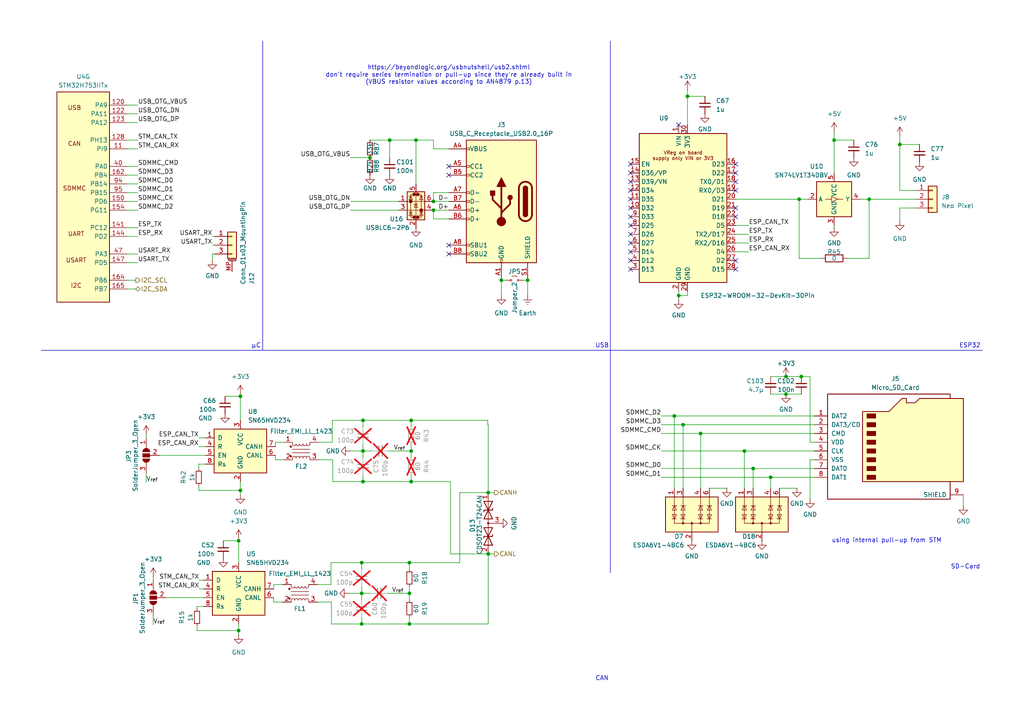
<source format=kicad_sch>
(kicad_sch
	(version 20231120)
	(generator "eeschema")
	(generator_version "8.0")
	(uuid "c61dd313-04ad-474f-9718-66b9bce07315")
	(paper "A4")
	
	(junction
		(at 231.775 57.785)
		(diameter 0)
		(color 0 0 0 0)
		(uuid "05cfbb34-84b8-41f9-b2c6-e5b00514da1d")
	)
	(junction
		(at 215.9 130.81)
		(diameter 0)
		(color 0 0 0 0)
		(uuid "0bbc3a19-37df-42ad-91f0-8540a0395fb7")
	)
	(junction
		(at 227.965 109.22)
		(diameter 0)
		(color 0 0 0 0)
		(uuid "18ab2d23-28e9-4932-9559-08cfc3b6ac2c")
	)
	(junction
		(at 232.41 109.22)
		(diameter 0)
		(color 0 0 0 0)
		(uuid "24fd9673-2273-4cc7-b851-95d6418ffacd")
	)
	(junction
		(at 118.745 180.975)
		(diameter 0)
		(color 0 0 0 0)
		(uuid "28a47998-b579-477b-8bd7-5184e4777d5e")
	)
	(junction
		(at 119.253 130.81)
		(diameter 0)
		(color 0 0 0 0)
		(uuid "3162dd44-bd73-462d-a1ba-3ec68e82b83a")
	)
	(junction
		(at 252.095 57.785)
		(diameter 0)
		(color 0 0 0 0)
		(uuid "318c4647-7bc1-4283-9b65-f73983dbd071")
	)
	(junction
		(at 69.723 142.24)
		(diameter 0)
		(color 0 0 0 0)
		(uuid "3d875b4c-a7a5-4903-ad64-3ecea35d872b")
	)
	(junction
		(at 69.723 114.935)
		(diameter 0)
		(color 0 0 0 0)
		(uuid "41b0bad5-7e8d-4b02-8ba8-4522831df7e6")
	)
	(junction
		(at 223.52 138.43)
		(diameter 0)
		(color 0 0 0 0)
		(uuid "43263f84-636d-44ac-b504-44bd154f7b49")
	)
	(junction
		(at 107.315 45.72)
		(diameter 0)
		(color 0 0 0 0)
		(uuid "46e9cd3f-c4dc-4e06-874a-970861c8e4d0")
	)
	(junction
		(at 195.58 120.65)
		(diameter 0)
		(color 0 0 0 0)
		(uuid "483c68f8-8db5-413f-96da-d4c2dccc7777")
	)
	(junction
		(at 69.215 182.88)
		(diameter 0)
		(color 0 0 0 0)
		(uuid "4dfb8dde-4cef-4814-89d9-dc2c67abc0ea")
	)
	(junction
		(at 104.902 163.195)
		(diameter 0)
		(color 0 0 0 0)
		(uuid "53b32a67-343e-432d-9256-006aedde493b")
	)
	(junction
		(at 145.415 81.28)
		(diameter 0)
		(color 0 0 0 0)
		(uuid "65361e79-136b-4452-b644-b05b849b7943")
	)
	(junction
		(at 119.253 139.7)
		(diameter 0)
		(color 0 0 0 0)
		(uuid "6c0e76a3-6aad-4fb4-a948-d5eac4447136")
	)
	(junction
		(at 105.283 121.92)
		(diameter 0)
		(color 0 0 0 0)
		(uuid "7481ae21-ea6c-45fa-90b7-25db4fcacac0")
	)
	(junction
		(at 125.73 60.96)
		(diameter 0)
		(color 0 0 0 0)
		(uuid "76eb61ee-a5dc-435a-8704-218432069d76")
	)
	(junction
		(at 227.965 114.3)
		(diameter 0)
		(color 0 0 0 0)
		(uuid "7b77a6c7-da0a-42bd-826a-b38b72133772")
	)
	(junction
		(at 69.215 156.845)
		(diameter 0)
		(color 0 0 0 0)
		(uuid "7c2aa378-d994-4cbb-a7fd-662b6a6dbd3e")
	)
	(junction
		(at 199.39 27.94)
		(diameter 0)
		(color 0 0 0 0)
		(uuid "8a2ddf5a-e56d-4ddb-b3a7-3ce78fdb1ea7")
	)
	(junction
		(at 104.902 180.975)
		(diameter 0)
		(color 0 0 0 0)
		(uuid "8c902d7a-9a97-4247-a024-6511c85f57b0")
	)
	(junction
		(at 119.253 121.92)
		(diameter 0)
		(color 0 0 0 0)
		(uuid "9727df9d-30c2-4d31-a4a4-c18de4a38ffd")
	)
	(junction
		(at 198.12 123.19)
		(diameter 0)
		(color 0 0 0 0)
		(uuid "97a5e0d8-1526-48f4-80d0-60c857511a05")
	)
	(junction
		(at 141.605 160.655)
		(diameter 0)
		(color 0 0 0 0)
		(uuid "9b258187-c52a-4e59-8789-b7ac6ed5dc99")
	)
	(junction
		(at 104.902 172.085)
		(diameter 0)
		(color 0 0 0 0)
		(uuid "9cc87ece-ed33-40de-966c-51c2001dc894")
	)
	(junction
		(at 105.283 130.81)
		(diameter 0)
		(color 0 0 0 0)
		(uuid "9cdc856e-55bf-4f24-8496-a3f3c835efb4")
	)
	(junction
		(at 120.65 40.64)
		(diameter 0)
		(color 0 0 0 0)
		(uuid "9ea8c7a2-1503-4324-bc92-c95e051488ac")
	)
	(junction
		(at 141.605 142.875)
		(diameter 0)
		(color 0 0 0 0)
		(uuid "a02cb7ca-67e1-4267-9b51-48bfa47aa699")
	)
	(junction
		(at 118.745 163.195)
		(diameter 0)
		(color 0 0 0 0)
		(uuid "b60abf17-3e74-47af-a488-26c720dd0b0f")
	)
	(junction
		(at 118.745 172.085)
		(diameter 0)
		(color 0 0 0 0)
		(uuid "b6c8fd7b-67f5-4777-9880-dd70ef3914a0")
	)
	(junction
		(at 196.85 85.725)
		(diameter 0)
		(color 0 0 0 0)
		(uuid "cee00a16-43e6-4734-87be-e840da75aabc")
	)
	(junction
		(at 105.283 139.7)
		(diameter 0)
		(color 0 0 0 0)
		(uuid "cf065f4e-64c6-411f-9278-3cbeff3ad8fd")
	)
	(junction
		(at 203.2 125.73)
		(diameter 0)
		(color 0 0 0 0)
		(uuid "d7a85c50-0c8d-4082-bdc9-6f7523d539df")
	)
	(junction
		(at 153.035 81.28)
		(diameter 0)
		(color 0 0 0 0)
		(uuid "dc503ca9-a2a2-4e47-b078-e55c9f049628")
	)
	(junction
		(at 260.985 41.91)
		(diameter 0)
		(color 0 0 0 0)
		(uuid "e4280f40-0a8b-46b8-8a3f-bdc2bbc7d561")
	)
	(junction
		(at 241.935 40.64)
		(diameter 0)
		(color 0 0 0 0)
		(uuid "e66e4697-c658-4daa-8505-29693d7c6fa8")
	)
	(junction
		(at 125.73 58.42)
		(diameter 0)
		(color 0 0 0 0)
		(uuid "e8da3965-6ebf-4303-bffa-5c0b2fe16f2a")
	)
	(junction
		(at 218.44 135.89)
		(diameter 0)
		(color 0 0 0 0)
		(uuid "ed0213d3-36f5-469f-9dd5-519d0c216849")
	)
	(junction
		(at 113.03 40.64)
		(diameter 0)
		(color 0 0 0 0)
		(uuid "eef95e3a-9baf-4512-9c0f-0fb5481cc6c4")
	)
	(no_connect
		(at 182.88 73.025)
		(uuid "0f78565a-9a79-4977-842d-db81c2f3a858")
	)
	(no_connect
		(at 182.88 55.245)
		(uuid "1635493b-c0b0-4b22-91c0-dd20f89d28d6")
	)
	(no_connect
		(at 182.88 57.785)
		(uuid "2cd37b9b-1e16-4721-baaf-0f02fff9ee15")
	)
	(no_connect
		(at 213.36 47.625)
		(uuid "2e298096-7ace-418c-89a7-3d43d6bed0db")
	)
	(no_connect
		(at 182.88 60.325)
		(uuid "3bc25636-dee2-443e-8ccb-a980f456ac63")
	)
	(no_connect
		(at 182.88 50.165)
		(uuid "43d8676e-50c6-4697-acd1-a078ec396d67")
	)
	(no_connect
		(at 182.88 65.405)
		(uuid "4a7c660c-ecc7-4617-8099-7833ce97674f")
	)
	(no_connect
		(at 182.88 47.625)
		(uuid "5a25121c-a1f8-402a-a503-9b4b6773db57")
	)
	(no_connect
		(at 196.85 36.195)
		(uuid "5c9306cf-381b-4d82-8a3a-52bc964f2a36")
	)
	(no_connect
		(at 213.36 52.705)
		(uuid "5c964bdf-2ed2-4eef-b541-8ce09ccb6359")
	)
	(no_connect
		(at 182.88 78.105)
		(uuid "5cab31a6-586b-4cbb-8e74-6785a73b7287")
	)
	(no_connect
		(at 213.36 75.565)
		(uuid "627c0ac6-463b-4d74-9056-912f48f57f8c")
	)
	(no_connect
		(at 182.88 67.945)
		(uuid "662f2eb1-7541-4b5a-9b3e-348e11036abd")
	)
	(no_connect
		(at 182.88 52.705)
		(uuid "73269fd7-c364-4aef-a8b5-a2eabdfa97a8")
	)
	(no_connect
		(at 213.36 60.325)
		(uuid "797e1eed-a489-45da-8c0f-184fc597169c")
	)
	(no_connect
		(at 182.88 75.565)
		(uuid "8365a6d4-6d29-461b-904c-0324ca06fc5a")
	)
	(no_connect
		(at 182.88 62.865)
		(uuid "8ac847d1-9069-40ae-a3f2-d3aed782fb55")
	)
	(no_connect
		(at 213.36 78.105)
		(uuid "8f56c4af-52dc-4612-9881-b40f131d9649")
	)
	(no_connect
		(at 213.36 50.165)
		(uuid "b938ea39-6292-4387-8cd7-875c20a9d49a")
	)
	(no_connect
		(at 130.175 48.26)
		(uuid "c3e86756-4aad-4612-b5f9-2bf94993d35e")
	)
	(no_connect
		(at 130.175 71.12)
		(uuid "d7064c93-16c6-497d-859a-7b410a29e175")
	)
	(no_connect
		(at 213.36 55.245)
		(uuid "da2de24c-d775-46ec-8771-ff0ede014a17")
	)
	(no_connect
		(at 130.175 73.66)
		(uuid "e5cfba84-9aae-4335-81b2-f9420a56298e")
	)
	(no_connect
		(at 182.88 70.485)
		(uuid "e700e196-44ff-4ef8-a8e9-38a5e666b895")
	)
	(no_connect
		(at 130.175 50.8)
		(uuid "e7f4f517-e5bd-4129-8c15-e6c0fb05adff")
	)
	(no_connect
		(at 213.36 62.865)
		(uuid "ffc9674a-9076-447f-ba67-71a5716efeb9")
	)
	(wire
		(pts
			(xy 113.03 40.64) (xy 120.65 40.64)
		)
		(stroke
			(width 0)
			(type default)
		)
		(uuid "03b6b96d-d108-4c6b-b2b6-d370d0813a07")
	)
	(wire
		(pts
			(xy 40.005 53.34) (xy 36.83 53.34)
		)
		(stroke
			(width 0)
			(type default)
		)
		(uuid "069c83cc-66af-4239-a3f2-6fc7c9797843")
	)
	(wire
		(pts
			(xy 227.965 109.22) (xy 232.41 109.22)
		)
		(stroke
			(width 0)
			(type default)
		)
		(uuid "0720b77c-06ec-4ddc-af8a-933409149d5c")
	)
	(wire
		(pts
			(xy 252.095 57.785) (xy 252.095 74.93)
		)
		(stroke
			(width 0)
			(type default)
		)
		(uuid "07821e1a-6081-4b53-af8d-3407e5dfe479")
	)
	(wire
		(pts
			(xy 96.139 174.625) (xy 96.139 180.975)
		)
		(stroke
			(width 0)
			(type default)
		)
		(uuid "07b7ef48-98f5-4f9c-8c83-e93a23111e86")
	)
	(wire
		(pts
			(xy 217.17 65.405) (xy 213.36 65.405)
		)
		(stroke
			(width 0)
			(type default)
		)
		(uuid "08072ded-74bf-4b0b-806c-19444be54a5d")
	)
	(wire
		(pts
			(xy 101.6 58.42) (xy 115.57 58.42)
		)
		(stroke
			(width 0)
			(type default)
		)
		(uuid "082fce0a-328f-4c33-b82d-f736243226bd")
	)
	(wire
		(pts
			(xy 79.883 133.35) (xy 79.883 132.08)
		)
		(stroke
			(width 0)
			(type default)
		)
		(uuid "0eb24822-65ba-4fcc-a791-110a601cab9c")
	)
	(wire
		(pts
			(xy 241.935 40.64) (xy 247.65 40.64)
		)
		(stroke
			(width 0)
			(type default)
		)
		(uuid "0ec11d76-de2c-47d9-b68b-71e96f39e5f7")
	)
	(wire
		(pts
			(xy 36.83 55.88) (xy 40.005 55.88)
		)
		(stroke
			(width 0)
			(type default)
		)
		(uuid "0f23c12c-ee24-49ec-857a-7c94676913f0")
	)
	(wire
		(pts
			(xy 113.03 40.64) (xy 113.03 45.72)
		)
		(stroke
			(width 0)
			(type default)
		)
		(uuid "0f360adf-082b-43ce-b071-56ba3d6d1ff9")
	)
	(wire
		(pts
			(xy 199.39 27.94) (xy 199.39 36.195)
		)
		(stroke
			(width 0)
			(type default)
		)
		(uuid "11371f3a-622b-4d06-958d-0de2e3aefad4")
	)
	(wire
		(pts
			(xy 44.45 178.435) (xy 44.45 181.229)
		)
		(stroke
			(width 0)
			(type default)
		)
		(uuid "1191196b-173d-4dee-bb6d-b29a4d435163")
	)
	(wire
		(pts
			(xy 260.985 41.91) (xy 260.985 55.245)
		)
		(stroke
			(width 0)
			(type default)
		)
		(uuid "11fcf8a6-a9da-4e10-b537-040a5f04eac6")
	)
	(wire
		(pts
			(xy 92.075 169.545) (xy 96.012 169.545)
		)
		(stroke
			(width 0)
			(type default)
		)
		(uuid "1255d5b2-c80c-45ce-8562-7f9325184eb2")
	)
	(wire
		(pts
			(xy 119.253 121.92) (xy 141.478 121.92)
		)
		(stroke
			(width 0)
			(type default)
		)
		(uuid "16abee5d-4262-4bfd-ba27-099017bd3c89")
	)
	(wire
		(pts
			(xy 199.39 85.725) (xy 199.39 84.455)
		)
		(stroke
			(width 0)
			(type default)
		)
		(uuid "175d1789-0795-45ea-bebd-00c51a23ce0a")
	)
	(wire
		(pts
			(xy 218.44 135.89) (xy 236.22 135.89)
		)
		(stroke
			(width 0)
			(type default)
		)
		(uuid "1771b8ef-8c2d-4dbc-bfd3-902fd9585271")
	)
	(wire
		(pts
			(xy 61.595 73.66) (xy 61.595 75.565)
		)
		(stroke
			(width 0)
			(type default)
		)
		(uuid "1851c3fc-c833-4316-939d-3a55a4935065")
	)
	(wire
		(pts
			(xy 61.595 71.12) (xy 62.23 71.12)
		)
		(stroke
			(width 0)
			(type default)
		)
		(uuid "18ab3ef7-d310-4dfe-9bd7-87f1a836a671")
	)
	(wire
		(pts
			(xy 153.035 81.28) (xy 153.035 85.725)
		)
		(stroke
			(width 0)
			(type default)
		)
		(uuid "193e5122-e695-495b-91ef-fbf1d196eafd")
	)
	(wire
		(pts
			(xy 198.12 123.19) (xy 198.12 141.605)
		)
		(stroke
			(width 0)
			(type default)
		)
		(uuid "197ced93-fffe-4f70-b047-6c0ce99164fa")
	)
	(wire
		(pts
			(xy 36.83 33.02) (xy 40.005 33.02)
		)
		(stroke
			(width 0)
			(type default)
		)
		(uuid "1b135d7b-8f10-4d19-9a19-146ba9d74198")
	)
	(wire
		(pts
			(xy 112.522 172.085) (xy 118.745 172.085)
		)
		(stroke
			(width 0)
			(type default)
		)
		(uuid "1c380b4c-4cae-4aa6-b682-a869ce94709e")
	)
	(wire
		(pts
			(xy 96.393 121.92) (xy 105.283 121.92)
		)
		(stroke
			(width 0)
			(type default)
		)
		(uuid "1c39585e-5704-44d0-a33d-b3876c68f352")
	)
	(wire
		(pts
			(xy 69.723 114.3) (xy 69.723 114.935)
		)
		(stroke
			(width 0)
			(type default)
		)
		(uuid "1e2b6175-d853-4821-ba74-1f24382ec349")
	)
	(wire
		(pts
			(xy 105.283 121.92) (xy 119.253 121.92)
		)
		(stroke
			(width 0)
			(type default)
		)
		(uuid "1ecee70f-1b0e-4963-98bb-53f91fcf7497")
	)
	(wire
		(pts
			(xy 118.745 170.18) (xy 118.745 172.085)
		)
		(stroke
			(width 0)
			(type default)
		)
		(uuid "216a5d0c-6bc2-4d57-bfc1-a0137443fd45")
	)
	(wire
		(pts
			(xy 125.73 55.88) (xy 130.175 55.88)
		)
		(stroke
			(width 0)
			(type default)
		)
		(uuid "21acc590-ee7c-4d1e-8e1e-92f9f843d3c0")
	)
	(wire
		(pts
			(xy 36.83 60.96) (xy 40.005 60.96)
		)
		(stroke
			(width 0)
			(type default)
		)
		(uuid "2201ad5c-2ea0-4a84-9169-84f97ac3d850")
	)
	(wire
		(pts
			(xy 125.73 60.96) (xy 130.175 60.96)
		)
		(stroke
			(width 0)
			(type default)
		)
		(uuid "23e71670-b058-4e01-a066-4bf14b43a603")
	)
	(wire
		(pts
			(xy 118.745 172.085) (xy 118.745 173.99)
		)
		(stroke
			(width 0)
			(type default)
		)
		(uuid "25fcae18-2fce-4a2e-b99e-14db92c22b5a")
	)
	(wire
		(pts
			(xy 133.35 142.875) (xy 141.605 142.875)
		)
		(stroke
			(width 0)
			(type default)
		)
		(uuid "27d7ae8c-7eae-4f28-bd8f-3df57c79cc78")
	)
	(wire
		(pts
			(xy 217.17 73.025) (xy 213.36 73.025)
		)
		(stroke
			(width 0)
			(type default)
		)
		(uuid "29423af5-f664-45ad-bb1e-0735e38873c2")
	)
	(wire
		(pts
			(xy 118.745 163.195) (xy 133.35 163.195)
		)
		(stroke
			(width 0)
			(type default)
		)
		(uuid "2d763691-facb-4f15-9e9f-59c2b2d09226")
	)
	(wire
		(pts
			(xy 40.005 30.48) (xy 36.83 30.48)
		)
		(stroke
			(width 0)
			(type default)
		)
		
... [139492 chars truncated]
</source>
